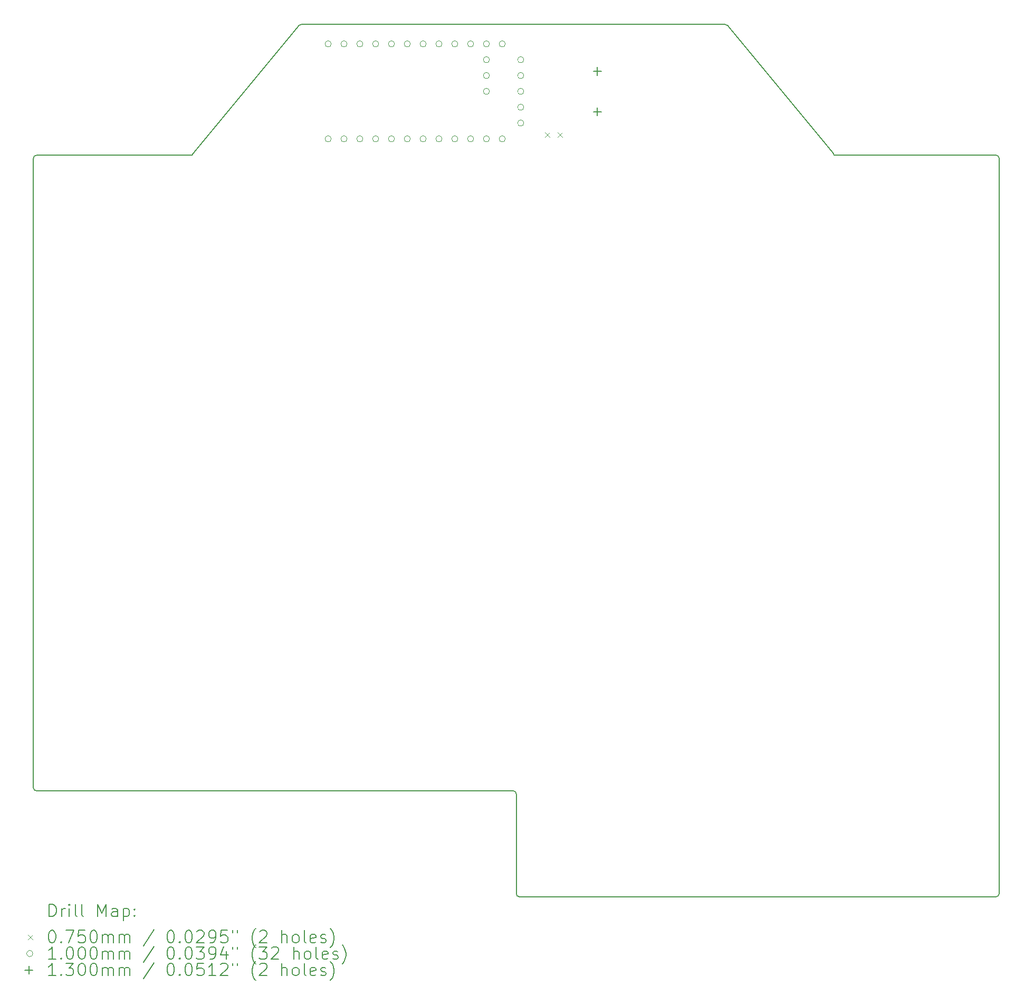
<source format=gbr>
%TF.GenerationSoftware,KiCad,Pcbnew,8.0.4+1*%
%TF.CreationDate,2024-10-01T15:26:09+00:00*%
%TF.ProjectId,right,72696768-742e-46b6-9963-61645f706362,v0.2*%
%TF.SameCoordinates,Original*%
%TF.FileFunction,Drillmap*%
%TF.FilePolarity,Positive*%
%FSLAX45Y45*%
G04 Gerber Fmt 4.5, Leading zero omitted, Abs format (unit mm)*
G04 Created by KiCad (PCBNEW 8.0.4+1) date 2024-10-01 15:26:09*
%MOMM*%
%LPD*%
G01*
G04 APERTURE LIST*
%ADD10C,0.150000*%
%ADD11C,0.200000*%
%ADD12C,0.100000*%
%ADD13C,0.130000*%
G04 APERTURE END LIST*
D10*
X31025000Y-12550000D02*
G75*
G02*
X31075000Y-12600000I0J-50000D01*
G01*
X25886512Y-2318083D02*
X27586512Y-268083D01*
X25875000Y-2350000D02*
G75*
G02*
X25886512Y-2318083I50000J0D01*
G01*
X27586512Y-268083D02*
G75*
G02*
X27625000Y-250000I38488J-31917D01*
G01*
X23325000Y-2400000D02*
X23325000Y-12500000D01*
X38825000Y-14200000D02*
X38825000Y-2400000D01*
X31075000Y-12600000D02*
X31075000Y-14200000D01*
X31125000Y-14250000D02*
X38775000Y-14250000D01*
X25875000Y-2350000D02*
X23375000Y-2350000D01*
X38825000Y-14200000D02*
G75*
G02*
X38775000Y-14250000I-50000J0D01*
G01*
X38775000Y-2350000D02*
G75*
G02*
X38825000Y-2400000I0J-50000D01*
G01*
X23375000Y-12550000D02*
G75*
G02*
X23325000Y-12500000I0J50000D01*
G01*
X34425000Y-250000D02*
G75*
G02*
X34463488Y-268083I0J-50000D01*
G01*
X36163488Y-2318083D02*
G75*
G02*
X36175000Y-2350000I-38488J-31917D01*
G01*
X38775000Y-2350000D02*
X36175000Y-2350000D01*
X27625000Y-250000D02*
X34425000Y-250000D01*
X34463488Y-268083D02*
X36163488Y-2318083D01*
X23375000Y-12550000D02*
X31025000Y-12550000D01*
X31125000Y-14250000D02*
G75*
G02*
X31075000Y-14200000I0J50000D01*
G01*
X23325000Y-2400000D02*
G75*
G02*
X23375000Y-2350000I50000J0D01*
G01*
D11*
D12*
X31539500Y-1987500D02*
X31614500Y-2062500D01*
X31614500Y-1987500D02*
X31539500Y-2062500D01*
X31739500Y-1987500D02*
X31814500Y-2062500D01*
X31814500Y-1987500D02*
X31739500Y-2062500D01*
X28106000Y-563000D02*
G75*
G02*
X28006000Y-563000I-50000J0D01*
G01*
X28006000Y-563000D02*
G75*
G02*
X28106000Y-563000I50000J0D01*
G01*
X28106000Y-2087000D02*
G75*
G02*
X28006000Y-2087000I-50000J0D01*
G01*
X28006000Y-2087000D02*
G75*
G02*
X28106000Y-2087000I50000J0D01*
G01*
X28360000Y-563000D02*
G75*
G02*
X28260000Y-563000I-50000J0D01*
G01*
X28260000Y-563000D02*
G75*
G02*
X28360000Y-563000I50000J0D01*
G01*
X28360000Y-2087000D02*
G75*
G02*
X28260000Y-2087000I-50000J0D01*
G01*
X28260000Y-2087000D02*
G75*
G02*
X28360000Y-2087000I50000J0D01*
G01*
X28614000Y-563000D02*
G75*
G02*
X28514000Y-563000I-50000J0D01*
G01*
X28514000Y-563000D02*
G75*
G02*
X28614000Y-563000I50000J0D01*
G01*
X28614000Y-2087000D02*
G75*
G02*
X28514000Y-2087000I-50000J0D01*
G01*
X28514000Y-2087000D02*
G75*
G02*
X28614000Y-2087000I50000J0D01*
G01*
X28868000Y-563000D02*
G75*
G02*
X28768000Y-563000I-50000J0D01*
G01*
X28768000Y-563000D02*
G75*
G02*
X28868000Y-563000I50000J0D01*
G01*
X28868000Y-2087000D02*
G75*
G02*
X28768000Y-2087000I-50000J0D01*
G01*
X28768000Y-2087000D02*
G75*
G02*
X28868000Y-2087000I50000J0D01*
G01*
X29122000Y-563000D02*
G75*
G02*
X29022000Y-563000I-50000J0D01*
G01*
X29022000Y-563000D02*
G75*
G02*
X29122000Y-563000I50000J0D01*
G01*
X29122000Y-2087000D02*
G75*
G02*
X29022000Y-2087000I-50000J0D01*
G01*
X29022000Y-2087000D02*
G75*
G02*
X29122000Y-2087000I50000J0D01*
G01*
X29376000Y-563000D02*
G75*
G02*
X29276000Y-563000I-50000J0D01*
G01*
X29276000Y-563000D02*
G75*
G02*
X29376000Y-563000I50000J0D01*
G01*
X29376000Y-2087000D02*
G75*
G02*
X29276000Y-2087000I-50000J0D01*
G01*
X29276000Y-2087000D02*
G75*
G02*
X29376000Y-2087000I50000J0D01*
G01*
X29630000Y-563000D02*
G75*
G02*
X29530000Y-563000I-50000J0D01*
G01*
X29530000Y-563000D02*
G75*
G02*
X29630000Y-563000I50000J0D01*
G01*
X29630000Y-2087000D02*
G75*
G02*
X29530000Y-2087000I-50000J0D01*
G01*
X29530000Y-2087000D02*
G75*
G02*
X29630000Y-2087000I50000J0D01*
G01*
X29884000Y-563000D02*
G75*
G02*
X29784000Y-563000I-50000J0D01*
G01*
X29784000Y-563000D02*
G75*
G02*
X29884000Y-563000I50000J0D01*
G01*
X29884000Y-2087000D02*
G75*
G02*
X29784000Y-2087000I-50000J0D01*
G01*
X29784000Y-2087000D02*
G75*
G02*
X29884000Y-2087000I50000J0D01*
G01*
X30138000Y-563000D02*
G75*
G02*
X30038000Y-563000I-50000J0D01*
G01*
X30038000Y-563000D02*
G75*
G02*
X30138000Y-563000I50000J0D01*
G01*
X30138000Y-2087000D02*
G75*
G02*
X30038000Y-2087000I-50000J0D01*
G01*
X30038000Y-2087000D02*
G75*
G02*
X30138000Y-2087000I50000J0D01*
G01*
X30392000Y-563000D02*
G75*
G02*
X30292000Y-563000I-50000J0D01*
G01*
X30292000Y-563000D02*
G75*
G02*
X30392000Y-563000I50000J0D01*
G01*
X30392000Y-2087000D02*
G75*
G02*
X30292000Y-2087000I-50000J0D01*
G01*
X30292000Y-2087000D02*
G75*
G02*
X30392000Y-2087000I50000J0D01*
G01*
X30646000Y-563000D02*
G75*
G02*
X30546000Y-563000I-50000J0D01*
G01*
X30546000Y-563000D02*
G75*
G02*
X30646000Y-563000I50000J0D01*
G01*
X30646000Y-817000D02*
G75*
G02*
X30546000Y-817000I-50000J0D01*
G01*
X30546000Y-817000D02*
G75*
G02*
X30646000Y-817000I50000J0D01*
G01*
X30646000Y-1071000D02*
G75*
G02*
X30546000Y-1071000I-50000J0D01*
G01*
X30546000Y-1071000D02*
G75*
G02*
X30646000Y-1071000I50000J0D01*
G01*
X30646000Y-1325000D02*
G75*
G02*
X30546000Y-1325000I-50000J0D01*
G01*
X30546000Y-1325000D02*
G75*
G02*
X30646000Y-1325000I50000J0D01*
G01*
X30646000Y-2087000D02*
G75*
G02*
X30546000Y-2087000I-50000J0D01*
G01*
X30546000Y-2087000D02*
G75*
G02*
X30646000Y-2087000I50000J0D01*
G01*
X30900000Y-563000D02*
G75*
G02*
X30800000Y-563000I-50000J0D01*
G01*
X30800000Y-563000D02*
G75*
G02*
X30900000Y-563000I50000J0D01*
G01*
X30900000Y-2087000D02*
G75*
G02*
X30800000Y-2087000I-50000J0D01*
G01*
X30800000Y-2087000D02*
G75*
G02*
X30900000Y-2087000I50000J0D01*
G01*
X31196000Y-817000D02*
G75*
G02*
X31096000Y-817000I-50000J0D01*
G01*
X31096000Y-817000D02*
G75*
G02*
X31196000Y-817000I50000J0D01*
G01*
X31196000Y-1071000D02*
G75*
G02*
X31096000Y-1071000I-50000J0D01*
G01*
X31096000Y-1071000D02*
G75*
G02*
X31196000Y-1071000I50000J0D01*
G01*
X31196000Y-1325000D02*
G75*
G02*
X31096000Y-1325000I-50000J0D01*
G01*
X31096000Y-1325000D02*
G75*
G02*
X31196000Y-1325000I50000J0D01*
G01*
X31196000Y-1579000D02*
G75*
G02*
X31096000Y-1579000I-50000J0D01*
G01*
X31096000Y-1579000D02*
G75*
G02*
X31196000Y-1579000I50000J0D01*
G01*
X31196000Y-1833000D02*
G75*
G02*
X31096000Y-1833000I-50000J0D01*
G01*
X31096000Y-1833000D02*
G75*
G02*
X31196000Y-1833000I50000J0D01*
G01*
D13*
X32377000Y-935000D02*
X32377000Y-1065000D01*
X32312000Y-1000000D02*
X32442000Y-1000000D01*
X32377000Y-1585000D02*
X32377000Y-1715000D01*
X32312000Y-1650000D02*
X32442000Y-1650000D01*
D11*
X23578277Y-14568984D02*
X23578277Y-14368984D01*
X23578277Y-14368984D02*
X23625896Y-14368984D01*
X23625896Y-14368984D02*
X23654467Y-14378508D01*
X23654467Y-14378508D02*
X23673515Y-14397555D01*
X23673515Y-14397555D02*
X23683039Y-14416603D01*
X23683039Y-14416603D02*
X23692562Y-14454698D01*
X23692562Y-14454698D02*
X23692562Y-14483269D01*
X23692562Y-14483269D02*
X23683039Y-14521365D01*
X23683039Y-14521365D02*
X23673515Y-14540412D01*
X23673515Y-14540412D02*
X23654467Y-14559460D01*
X23654467Y-14559460D02*
X23625896Y-14568984D01*
X23625896Y-14568984D02*
X23578277Y-14568984D01*
X23778277Y-14568984D02*
X23778277Y-14435650D01*
X23778277Y-14473746D02*
X23787801Y-14454698D01*
X23787801Y-14454698D02*
X23797324Y-14445174D01*
X23797324Y-14445174D02*
X23816372Y-14435650D01*
X23816372Y-14435650D02*
X23835420Y-14435650D01*
X23902086Y-14568984D02*
X23902086Y-14435650D01*
X23902086Y-14368984D02*
X23892562Y-14378508D01*
X23892562Y-14378508D02*
X23902086Y-14388031D01*
X23902086Y-14388031D02*
X23911610Y-14378508D01*
X23911610Y-14378508D02*
X23902086Y-14368984D01*
X23902086Y-14368984D02*
X23902086Y-14388031D01*
X24025896Y-14568984D02*
X24006848Y-14559460D01*
X24006848Y-14559460D02*
X23997324Y-14540412D01*
X23997324Y-14540412D02*
X23997324Y-14368984D01*
X24130658Y-14568984D02*
X24111610Y-14559460D01*
X24111610Y-14559460D02*
X24102086Y-14540412D01*
X24102086Y-14540412D02*
X24102086Y-14368984D01*
X24359229Y-14568984D02*
X24359229Y-14368984D01*
X24359229Y-14368984D02*
X24425896Y-14511841D01*
X24425896Y-14511841D02*
X24492562Y-14368984D01*
X24492562Y-14368984D02*
X24492562Y-14568984D01*
X24673515Y-14568984D02*
X24673515Y-14464222D01*
X24673515Y-14464222D02*
X24663991Y-14445174D01*
X24663991Y-14445174D02*
X24644943Y-14435650D01*
X24644943Y-14435650D02*
X24606848Y-14435650D01*
X24606848Y-14435650D02*
X24587801Y-14445174D01*
X24673515Y-14559460D02*
X24654467Y-14568984D01*
X24654467Y-14568984D02*
X24606848Y-14568984D01*
X24606848Y-14568984D02*
X24587801Y-14559460D01*
X24587801Y-14559460D02*
X24578277Y-14540412D01*
X24578277Y-14540412D02*
X24578277Y-14521365D01*
X24578277Y-14521365D02*
X24587801Y-14502317D01*
X24587801Y-14502317D02*
X24606848Y-14492793D01*
X24606848Y-14492793D02*
X24654467Y-14492793D01*
X24654467Y-14492793D02*
X24673515Y-14483269D01*
X24768753Y-14435650D02*
X24768753Y-14635650D01*
X24768753Y-14445174D02*
X24787801Y-14435650D01*
X24787801Y-14435650D02*
X24825896Y-14435650D01*
X24825896Y-14435650D02*
X24844943Y-14445174D01*
X24844943Y-14445174D02*
X24854467Y-14454698D01*
X24854467Y-14454698D02*
X24863991Y-14473746D01*
X24863991Y-14473746D02*
X24863991Y-14530888D01*
X24863991Y-14530888D02*
X24854467Y-14549936D01*
X24854467Y-14549936D02*
X24844943Y-14559460D01*
X24844943Y-14559460D02*
X24825896Y-14568984D01*
X24825896Y-14568984D02*
X24787801Y-14568984D01*
X24787801Y-14568984D02*
X24768753Y-14559460D01*
X24949705Y-14549936D02*
X24959229Y-14559460D01*
X24959229Y-14559460D02*
X24949705Y-14568984D01*
X24949705Y-14568984D02*
X24940182Y-14559460D01*
X24940182Y-14559460D02*
X24949705Y-14549936D01*
X24949705Y-14549936D02*
X24949705Y-14568984D01*
X24949705Y-14445174D02*
X24959229Y-14454698D01*
X24959229Y-14454698D02*
X24949705Y-14464222D01*
X24949705Y-14464222D02*
X24940182Y-14454698D01*
X24940182Y-14454698D02*
X24949705Y-14445174D01*
X24949705Y-14445174D02*
X24949705Y-14464222D01*
D12*
X23242500Y-14860000D02*
X23317500Y-14935000D01*
X23317500Y-14860000D02*
X23242500Y-14935000D01*
D11*
X23616372Y-14788984D02*
X23635420Y-14788984D01*
X23635420Y-14788984D02*
X23654467Y-14798508D01*
X23654467Y-14798508D02*
X23663991Y-14808031D01*
X23663991Y-14808031D02*
X23673515Y-14827079D01*
X23673515Y-14827079D02*
X23683039Y-14865174D01*
X23683039Y-14865174D02*
X23683039Y-14912793D01*
X23683039Y-14912793D02*
X23673515Y-14950888D01*
X23673515Y-14950888D02*
X23663991Y-14969936D01*
X23663991Y-14969936D02*
X23654467Y-14979460D01*
X23654467Y-14979460D02*
X23635420Y-14988984D01*
X23635420Y-14988984D02*
X23616372Y-14988984D01*
X23616372Y-14988984D02*
X23597324Y-14979460D01*
X23597324Y-14979460D02*
X23587801Y-14969936D01*
X23587801Y-14969936D02*
X23578277Y-14950888D01*
X23578277Y-14950888D02*
X23568753Y-14912793D01*
X23568753Y-14912793D02*
X23568753Y-14865174D01*
X23568753Y-14865174D02*
X23578277Y-14827079D01*
X23578277Y-14827079D02*
X23587801Y-14808031D01*
X23587801Y-14808031D02*
X23597324Y-14798508D01*
X23597324Y-14798508D02*
X23616372Y-14788984D01*
X23768753Y-14969936D02*
X23778277Y-14979460D01*
X23778277Y-14979460D02*
X23768753Y-14988984D01*
X23768753Y-14988984D02*
X23759229Y-14979460D01*
X23759229Y-14979460D02*
X23768753Y-14969936D01*
X23768753Y-14969936D02*
X23768753Y-14988984D01*
X23844943Y-14788984D02*
X23978277Y-14788984D01*
X23978277Y-14788984D02*
X23892562Y-14988984D01*
X24149705Y-14788984D02*
X24054467Y-14788984D01*
X24054467Y-14788984D02*
X24044943Y-14884222D01*
X24044943Y-14884222D02*
X24054467Y-14874698D01*
X24054467Y-14874698D02*
X24073515Y-14865174D01*
X24073515Y-14865174D02*
X24121134Y-14865174D01*
X24121134Y-14865174D02*
X24140182Y-14874698D01*
X24140182Y-14874698D02*
X24149705Y-14884222D01*
X24149705Y-14884222D02*
X24159229Y-14903269D01*
X24159229Y-14903269D02*
X24159229Y-14950888D01*
X24159229Y-14950888D02*
X24149705Y-14969936D01*
X24149705Y-14969936D02*
X24140182Y-14979460D01*
X24140182Y-14979460D02*
X24121134Y-14988984D01*
X24121134Y-14988984D02*
X24073515Y-14988984D01*
X24073515Y-14988984D02*
X24054467Y-14979460D01*
X24054467Y-14979460D02*
X24044943Y-14969936D01*
X24283039Y-14788984D02*
X24302086Y-14788984D01*
X24302086Y-14788984D02*
X24321134Y-14798508D01*
X24321134Y-14798508D02*
X24330658Y-14808031D01*
X24330658Y-14808031D02*
X24340182Y-14827079D01*
X24340182Y-14827079D02*
X24349705Y-14865174D01*
X24349705Y-14865174D02*
X24349705Y-14912793D01*
X24349705Y-14912793D02*
X24340182Y-14950888D01*
X24340182Y-14950888D02*
X24330658Y-14969936D01*
X24330658Y-14969936D02*
X24321134Y-14979460D01*
X24321134Y-14979460D02*
X24302086Y-14988984D01*
X24302086Y-14988984D02*
X24283039Y-14988984D01*
X24283039Y-14988984D02*
X24263991Y-14979460D01*
X24263991Y-14979460D02*
X24254467Y-14969936D01*
X24254467Y-14969936D02*
X24244943Y-14950888D01*
X24244943Y-14950888D02*
X24235420Y-14912793D01*
X24235420Y-14912793D02*
X24235420Y-14865174D01*
X24235420Y-14865174D02*
X24244943Y-14827079D01*
X24244943Y-14827079D02*
X24254467Y-14808031D01*
X24254467Y-14808031D02*
X24263991Y-14798508D01*
X24263991Y-14798508D02*
X24283039Y-14788984D01*
X24435420Y-14988984D02*
X24435420Y-14855650D01*
X24435420Y-14874698D02*
X24444943Y-14865174D01*
X24444943Y-14865174D02*
X24463991Y-14855650D01*
X24463991Y-14855650D02*
X24492563Y-14855650D01*
X24492563Y-14855650D02*
X24511610Y-14865174D01*
X24511610Y-14865174D02*
X24521134Y-14884222D01*
X24521134Y-14884222D02*
X24521134Y-14988984D01*
X24521134Y-14884222D02*
X24530658Y-14865174D01*
X24530658Y-14865174D02*
X24549705Y-14855650D01*
X24549705Y-14855650D02*
X24578277Y-14855650D01*
X24578277Y-14855650D02*
X24597324Y-14865174D01*
X24597324Y-14865174D02*
X24606848Y-14884222D01*
X24606848Y-14884222D02*
X24606848Y-14988984D01*
X24702086Y-14988984D02*
X24702086Y-14855650D01*
X24702086Y-14874698D02*
X24711610Y-14865174D01*
X24711610Y-14865174D02*
X24730658Y-14855650D01*
X24730658Y-14855650D02*
X24759229Y-14855650D01*
X24759229Y-14855650D02*
X24778277Y-14865174D01*
X24778277Y-14865174D02*
X24787801Y-14884222D01*
X24787801Y-14884222D02*
X24787801Y-14988984D01*
X24787801Y-14884222D02*
X24797324Y-14865174D01*
X24797324Y-14865174D02*
X24816372Y-14855650D01*
X24816372Y-14855650D02*
X24844943Y-14855650D01*
X24844943Y-14855650D02*
X24863991Y-14865174D01*
X24863991Y-14865174D02*
X24873515Y-14884222D01*
X24873515Y-14884222D02*
X24873515Y-14988984D01*
X25263991Y-14779460D02*
X25092563Y-15036603D01*
X25521134Y-14788984D02*
X25540182Y-14788984D01*
X25540182Y-14788984D02*
X25559229Y-14798508D01*
X25559229Y-14798508D02*
X25568753Y-14808031D01*
X25568753Y-14808031D02*
X25578277Y-14827079D01*
X25578277Y-14827079D02*
X25587801Y-14865174D01*
X25587801Y-14865174D02*
X25587801Y-14912793D01*
X25587801Y-14912793D02*
X25578277Y-14950888D01*
X25578277Y-14950888D02*
X25568753Y-14969936D01*
X25568753Y-14969936D02*
X25559229Y-14979460D01*
X25559229Y-14979460D02*
X25540182Y-14988984D01*
X25540182Y-14988984D02*
X25521134Y-14988984D01*
X25521134Y-14988984D02*
X25502086Y-14979460D01*
X25502086Y-14979460D02*
X25492563Y-14969936D01*
X25492563Y-14969936D02*
X25483039Y-14950888D01*
X25483039Y-14950888D02*
X25473515Y-14912793D01*
X25473515Y-14912793D02*
X25473515Y-14865174D01*
X25473515Y-14865174D02*
X25483039Y-14827079D01*
X25483039Y-14827079D02*
X25492563Y-14808031D01*
X25492563Y-14808031D02*
X25502086Y-14798508D01*
X25502086Y-14798508D02*
X25521134Y-14788984D01*
X25673515Y-14969936D02*
X25683039Y-14979460D01*
X25683039Y-14979460D02*
X25673515Y-14988984D01*
X25673515Y-14988984D02*
X25663991Y-14979460D01*
X25663991Y-14979460D02*
X25673515Y-14969936D01*
X25673515Y-14969936D02*
X25673515Y-14988984D01*
X25806848Y-14788984D02*
X25825896Y-14788984D01*
X25825896Y-14788984D02*
X25844944Y-14798508D01*
X25844944Y-14798508D02*
X25854467Y-14808031D01*
X25854467Y-14808031D02*
X25863991Y-14827079D01*
X25863991Y-14827079D02*
X25873515Y-14865174D01*
X25873515Y-14865174D02*
X25873515Y-14912793D01*
X25873515Y-14912793D02*
X25863991Y-14950888D01*
X25863991Y-14950888D02*
X25854467Y-14969936D01*
X25854467Y-14969936D02*
X25844944Y-14979460D01*
X25844944Y-14979460D02*
X25825896Y-14988984D01*
X25825896Y-14988984D02*
X25806848Y-14988984D01*
X25806848Y-14988984D02*
X25787801Y-14979460D01*
X25787801Y-14979460D02*
X25778277Y-14969936D01*
X25778277Y-14969936D02*
X25768753Y-14950888D01*
X25768753Y-14950888D02*
X25759229Y-14912793D01*
X25759229Y-14912793D02*
X25759229Y-14865174D01*
X25759229Y-14865174D02*
X25768753Y-14827079D01*
X25768753Y-14827079D02*
X25778277Y-14808031D01*
X25778277Y-14808031D02*
X25787801Y-14798508D01*
X25787801Y-14798508D02*
X25806848Y-14788984D01*
X25949706Y-14808031D02*
X25959229Y-14798508D01*
X25959229Y-14798508D02*
X25978277Y-14788984D01*
X25978277Y-14788984D02*
X26025896Y-14788984D01*
X26025896Y-14788984D02*
X26044944Y-14798508D01*
X26044944Y-14798508D02*
X26054467Y-14808031D01*
X26054467Y-14808031D02*
X26063991Y-14827079D01*
X26063991Y-14827079D02*
X26063991Y-14846127D01*
X26063991Y-14846127D02*
X26054467Y-14874698D01*
X26054467Y-14874698D02*
X25940182Y-14988984D01*
X25940182Y-14988984D02*
X26063991Y-14988984D01*
X26159229Y-14988984D02*
X26197325Y-14988984D01*
X26197325Y-14988984D02*
X26216372Y-14979460D01*
X26216372Y-14979460D02*
X26225896Y-14969936D01*
X26225896Y-14969936D02*
X26244944Y-14941365D01*
X26244944Y-14941365D02*
X26254467Y-14903269D01*
X26254467Y-14903269D02*
X26254467Y-14827079D01*
X26254467Y-14827079D02*
X26244944Y-14808031D01*
X26244944Y-14808031D02*
X26235420Y-14798508D01*
X26235420Y-14798508D02*
X26216372Y-14788984D01*
X26216372Y-14788984D02*
X26178277Y-14788984D01*
X26178277Y-14788984D02*
X26159229Y-14798508D01*
X26159229Y-14798508D02*
X26149706Y-14808031D01*
X26149706Y-14808031D02*
X26140182Y-14827079D01*
X26140182Y-14827079D02*
X26140182Y-14874698D01*
X26140182Y-14874698D02*
X26149706Y-14893746D01*
X26149706Y-14893746D02*
X26159229Y-14903269D01*
X26159229Y-14903269D02*
X26178277Y-14912793D01*
X26178277Y-14912793D02*
X26216372Y-14912793D01*
X26216372Y-14912793D02*
X26235420Y-14903269D01*
X26235420Y-14903269D02*
X26244944Y-14893746D01*
X26244944Y-14893746D02*
X26254467Y-14874698D01*
X26435420Y-14788984D02*
X26340182Y-14788984D01*
X26340182Y-14788984D02*
X26330658Y-14884222D01*
X26330658Y-14884222D02*
X26340182Y-14874698D01*
X26340182Y-14874698D02*
X26359229Y-14865174D01*
X26359229Y-14865174D02*
X26406848Y-14865174D01*
X26406848Y-14865174D02*
X26425896Y-14874698D01*
X26425896Y-14874698D02*
X26435420Y-14884222D01*
X26435420Y-14884222D02*
X26444944Y-14903269D01*
X26444944Y-14903269D02*
X26444944Y-14950888D01*
X26444944Y-14950888D02*
X26435420Y-14969936D01*
X26435420Y-14969936D02*
X26425896Y-14979460D01*
X26425896Y-14979460D02*
X26406848Y-14988984D01*
X26406848Y-14988984D02*
X26359229Y-14988984D01*
X26359229Y-14988984D02*
X26340182Y-14979460D01*
X26340182Y-14979460D02*
X26330658Y-14969936D01*
X26521134Y-14788984D02*
X26521134Y-14827079D01*
X26597325Y-14788984D02*
X26597325Y-14827079D01*
X26892563Y-15065174D02*
X26883039Y-15055650D01*
X26883039Y-15055650D02*
X26863991Y-15027079D01*
X26863991Y-15027079D02*
X26854468Y-15008031D01*
X26854468Y-15008031D02*
X26844944Y-14979460D01*
X26844944Y-14979460D02*
X26835420Y-14931841D01*
X26835420Y-14931841D02*
X26835420Y-14893746D01*
X26835420Y-14893746D02*
X26844944Y-14846127D01*
X26844944Y-14846127D02*
X26854468Y-14817555D01*
X26854468Y-14817555D02*
X26863991Y-14798508D01*
X26863991Y-14798508D02*
X26883039Y-14769936D01*
X26883039Y-14769936D02*
X26892563Y-14760412D01*
X26959229Y-14808031D02*
X26968753Y-14798508D01*
X26968753Y-14798508D02*
X26987801Y-14788984D01*
X26987801Y-14788984D02*
X27035420Y-14788984D01*
X27035420Y-14788984D02*
X27054468Y-14798508D01*
X27054468Y-14798508D02*
X27063991Y-14808031D01*
X27063991Y-14808031D02*
X27073515Y-14827079D01*
X27073515Y-14827079D02*
X27073515Y-14846127D01*
X27073515Y-14846127D02*
X27063991Y-14874698D01*
X27063991Y-14874698D02*
X26949706Y-14988984D01*
X26949706Y-14988984D02*
X27073515Y-14988984D01*
X27311610Y-14988984D02*
X27311610Y-14788984D01*
X27397325Y-14988984D02*
X27397325Y-14884222D01*
X27397325Y-14884222D02*
X27387801Y-14865174D01*
X27387801Y-14865174D02*
X27368753Y-14855650D01*
X27368753Y-14855650D02*
X27340182Y-14855650D01*
X27340182Y-14855650D02*
X27321134Y-14865174D01*
X27321134Y-14865174D02*
X27311610Y-14874698D01*
X27521134Y-14988984D02*
X27502087Y-14979460D01*
X27502087Y-14979460D02*
X27492563Y-14969936D01*
X27492563Y-14969936D02*
X27483039Y-14950888D01*
X27483039Y-14950888D02*
X27483039Y-14893746D01*
X27483039Y-14893746D02*
X27492563Y-14874698D01*
X27492563Y-14874698D02*
X27502087Y-14865174D01*
X27502087Y-14865174D02*
X27521134Y-14855650D01*
X27521134Y-14855650D02*
X27549706Y-14855650D01*
X27549706Y-14855650D02*
X27568753Y-14865174D01*
X27568753Y-14865174D02*
X27578277Y-14874698D01*
X27578277Y-14874698D02*
X27587801Y-14893746D01*
X27587801Y-14893746D02*
X27587801Y-14950888D01*
X27587801Y-14950888D02*
X27578277Y-14969936D01*
X27578277Y-14969936D02*
X27568753Y-14979460D01*
X27568753Y-14979460D02*
X27549706Y-14988984D01*
X27549706Y-14988984D02*
X27521134Y-14988984D01*
X27702087Y-14988984D02*
X27683039Y-14979460D01*
X27683039Y-14979460D02*
X27673515Y-14960412D01*
X27673515Y-14960412D02*
X27673515Y-14788984D01*
X27854468Y-14979460D02*
X27835420Y-14988984D01*
X27835420Y-14988984D02*
X27797325Y-14988984D01*
X27797325Y-14988984D02*
X27778277Y-14979460D01*
X27778277Y-14979460D02*
X27768753Y-14960412D01*
X27768753Y-14960412D02*
X27768753Y-14884222D01*
X27768753Y-14884222D02*
X27778277Y-14865174D01*
X27778277Y-14865174D02*
X27797325Y-14855650D01*
X27797325Y-14855650D02*
X27835420Y-14855650D01*
X27835420Y-14855650D02*
X27854468Y-14865174D01*
X27854468Y-14865174D02*
X27863991Y-14884222D01*
X27863991Y-14884222D02*
X27863991Y-14903269D01*
X27863991Y-14903269D02*
X27768753Y-14922317D01*
X27940182Y-14979460D02*
X27959230Y-14988984D01*
X27959230Y-14988984D02*
X27997325Y-14988984D01*
X27997325Y-14988984D02*
X28016372Y-14979460D01*
X28016372Y-14979460D02*
X28025896Y-14960412D01*
X28025896Y-14960412D02*
X28025896Y-14950888D01*
X28025896Y-14950888D02*
X28016372Y-14931841D01*
X28016372Y-14931841D02*
X27997325Y-14922317D01*
X27997325Y-14922317D02*
X27968753Y-14922317D01*
X27968753Y-14922317D02*
X27949706Y-14912793D01*
X27949706Y-14912793D02*
X27940182Y-14893746D01*
X27940182Y-14893746D02*
X27940182Y-14884222D01*
X27940182Y-14884222D02*
X27949706Y-14865174D01*
X27949706Y-14865174D02*
X27968753Y-14855650D01*
X27968753Y-14855650D02*
X27997325Y-14855650D01*
X27997325Y-14855650D02*
X28016372Y-14865174D01*
X28092563Y-15065174D02*
X28102087Y-15055650D01*
X28102087Y-15055650D02*
X28121134Y-15027079D01*
X28121134Y-15027079D02*
X28130658Y-15008031D01*
X28130658Y-15008031D02*
X28140182Y-14979460D01*
X28140182Y-14979460D02*
X28149706Y-14931841D01*
X28149706Y-14931841D02*
X28149706Y-14893746D01*
X28149706Y-14893746D02*
X28140182Y-14846127D01*
X28140182Y-14846127D02*
X28130658Y-14817555D01*
X28130658Y-14817555D02*
X28121134Y-14798508D01*
X28121134Y-14798508D02*
X28102087Y-14769936D01*
X28102087Y-14769936D02*
X28092563Y-14760412D01*
D12*
X23317500Y-15161500D02*
G75*
G02*
X23217500Y-15161500I-50000J0D01*
G01*
X23217500Y-15161500D02*
G75*
G02*
X23317500Y-15161500I50000J0D01*
G01*
D11*
X23683039Y-15252984D02*
X23568753Y-15252984D01*
X23625896Y-15252984D02*
X23625896Y-15052984D01*
X23625896Y-15052984D02*
X23606848Y-15081555D01*
X23606848Y-15081555D02*
X23587801Y-15100603D01*
X23587801Y-15100603D02*
X23568753Y-15110127D01*
X23768753Y-15233936D02*
X23778277Y-15243460D01*
X23778277Y-15243460D02*
X23768753Y-15252984D01*
X23768753Y-15252984D02*
X23759229Y-15243460D01*
X23759229Y-15243460D02*
X23768753Y-15233936D01*
X23768753Y-15233936D02*
X23768753Y-15252984D01*
X23902086Y-15052984D02*
X23921134Y-15052984D01*
X23921134Y-15052984D02*
X23940182Y-15062508D01*
X23940182Y-15062508D02*
X23949705Y-15072031D01*
X23949705Y-15072031D02*
X23959229Y-15091079D01*
X23959229Y-15091079D02*
X23968753Y-15129174D01*
X23968753Y-15129174D02*
X23968753Y-15176793D01*
X23968753Y-15176793D02*
X23959229Y-15214888D01*
X23959229Y-15214888D02*
X23949705Y-15233936D01*
X23949705Y-15233936D02*
X23940182Y-15243460D01*
X23940182Y-15243460D02*
X23921134Y-15252984D01*
X23921134Y-15252984D02*
X23902086Y-15252984D01*
X23902086Y-15252984D02*
X23883039Y-15243460D01*
X23883039Y-15243460D02*
X23873515Y-15233936D01*
X23873515Y-15233936D02*
X23863991Y-15214888D01*
X23863991Y-15214888D02*
X23854467Y-15176793D01*
X23854467Y-15176793D02*
X23854467Y-15129174D01*
X23854467Y-15129174D02*
X23863991Y-15091079D01*
X23863991Y-15091079D02*
X23873515Y-15072031D01*
X23873515Y-15072031D02*
X23883039Y-15062508D01*
X23883039Y-15062508D02*
X23902086Y-15052984D01*
X24092562Y-15052984D02*
X24111610Y-15052984D01*
X24111610Y-15052984D02*
X24130658Y-15062508D01*
X24130658Y-15062508D02*
X24140182Y-15072031D01*
X24140182Y-15072031D02*
X24149705Y-15091079D01*
X24149705Y-15091079D02*
X24159229Y-15129174D01*
X24159229Y-15129174D02*
X24159229Y-15176793D01*
X24159229Y-15176793D02*
X24149705Y-15214888D01*
X24149705Y-15214888D02*
X24140182Y-15233936D01*
X24140182Y-15233936D02*
X24130658Y-15243460D01*
X24130658Y-15243460D02*
X24111610Y-15252984D01*
X24111610Y-15252984D02*
X24092562Y-15252984D01*
X24092562Y-15252984D02*
X24073515Y-15243460D01*
X24073515Y-15243460D02*
X24063991Y-15233936D01*
X24063991Y-15233936D02*
X24054467Y-15214888D01*
X24054467Y-15214888D02*
X24044943Y-15176793D01*
X24044943Y-15176793D02*
X24044943Y-15129174D01*
X24044943Y-15129174D02*
X24054467Y-15091079D01*
X24054467Y-15091079D02*
X24063991Y-15072031D01*
X24063991Y-15072031D02*
X24073515Y-15062508D01*
X24073515Y-15062508D02*
X24092562Y-15052984D01*
X24283039Y-15052984D02*
X24302086Y-15052984D01*
X24302086Y-15052984D02*
X24321134Y-15062508D01*
X24321134Y-15062508D02*
X24330658Y-15072031D01*
X24330658Y-15072031D02*
X24340182Y-15091079D01*
X24340182Y-15091079D02*
X24349705Y-15129174D01*
X24349705Y-15129174D02*
X24349705Y-15176793D01*
X24349705Y-15176793D02*
X24340182Y-15214888D01*
X24340182Y-15214888D02*
X24330658Y-15233936D01*
X24330658Y-15233936D02*
X24321134Y-15243460D01*
X24321134Y-15243460D02*
X24302086Y-15252984D01*
X24302086Y-15252984D02*
X24283039Y-15252984D01*
X24283039Y-15252984D02*
X24263991Y-15243460D01*
X24263991Y-15243460D02*
X24254467Y-15233936D01*
X24254467Y-15233936D02*
X24244943Y-15214888D01*
X24244943Y-15214888D02*
X24235420Y-15176793D01*
X24235420Y-15176793D02*
X24235420Y-15129174D01*
X24235420Y-15129174D02*
X24244943Y-15091079D01*
X24244943Y-15091079D02*
X24254467Y-15072031D01*
X24254467Y-15072031D02*
X24263991Y-15062508D01*
X24263991Y-15062508D02*
X24283039Y-15052984D01*
X24435420Y-15252984D02*
X24435420Y-15119650D01*
X24435420Y-15138698D02*
X24444943Y-15129174D01*
X24444943Y-15129174D02*
X24463991Y-15119650D01*
X24463991Y-15119650D02*
X24492563Y-15119650D01*
X24492563Y-15119650D02*
X24511610Y-15129174D01*
X24511610Y-15129174D02*
X24521134Y-15148222D01*
X24521134Y-15148222D02*
X24521134Y-15252984D01*
X24521134Y-15148222D02*
X24530658Y-15129174D01*
X24530658Y-15129174D02*
X24549705Y-15119650D01*
X24549705Y-15119650D02*
X24578277Y-15119650D01*
X24578277Y-15119650D02*
X24597324Y-15129174D01*
X24597324Y-15129174D02*
X24606848Y-15148222D01*
X24606848Y-15148222D02*
X24606848Y-15252984D01*
X24702086Y-15252984D02*
X24702086Y-15119650D01*
X24702086Y-15138698D02*
X24711610Y-15129174D01*
X24711610Y-15129174D02*
X24730658Y-15119650D01*
X24730658Y-15119650D02*
X24759229Y-15119650D01*
X24759229Y-15119650D02*
X24778277Y-15129174D01*
X24778277Y-15129174D02*
X24787801Y-15148222D01*
X24787801Y-15148222D02*
X24787801Y-15252984D01*
X24787801Y-15148222D02*
X24797324Y-15129174D01*
X24797324Y-15129174D02*
X24816372Y-15119650D01*
X24816372Y-15119650D02*
X24844943Y-15119650D01*
X24844943Y-15119650D02*
X24863991Y-15129174D01*
X24863991Y-15129174D02*
X24873515Y-15148222D01*
X24873515Y-15148222D02*
X24873515Y-15252984D01*
X25263991Y-15043460D02*
X25092563Y-15300603D01*
X25521134Y-15052984D02*
X25540182Y-15052984D01*
X25540182Y-15052984D02*
X25559229Y-15062508D01*
X25559229Y-15062508D02*
X25568753Y-15072031D01*
X25568753Y-15072031D02*
X25578277Y-15091079D01*
X25578277Y-15091079D02*
X25587801Y-15129174D01*
X25587801Y-15129174D02*
X25587801Y-15176793D01*
X25587801Y-15176793D02*
X25578277Y-15214888D01*
X25578277Y-15214888D02*
X25568753Y-15233936D01*
X25568753Y-15233936D02*
X25559229Y-15243460D01*
X25559229Y-15243460D02*
X25540182Y-15252984D01*
X25540182Y-15252984D02*
X25521134Y-15252984D01*
X25521134Y-15252984D02*
X25502086Y-15243460D01*
X25502086Y-15243460D02*
X25492563Y-15233936D01*
X25492563Y-15233936D02*
X25483039Y-15214888D01*
X25483039Y-15214888D02*
X25473515Y-15176793D01*
X25473515Y-15176793D02*
X25473515Y-15129174D01*
X25473515Y-15129174D02*
X25483039Y-15091079D01*
X25483039Y-15091079D02*
X25492563Y-15072031D01*
X25492563Y-15072031D02*
X25502086Y-15062508D01*
X25502086Y-15062508D02*
X25521134Y-15052984D01*
X25673515Y-15233936D02*
X25683039Y-15243460D01*
X25683039Y-15243460D02*
X25673515Y-15252984D01*
X25673515Y-15252984D02*
X25663991Y-15243460D01*
X25663991Y-15243460D02*
X25673515Y-15233936D01*
X25673515Y-15233936D02*
X25673515Y-15252984D01*
X25806848Y-15052984D02*
X25825896Y-15052984D01*
X25825896Y-15052984D02*
X25844944Y-15062508D01*
X25844944Y-15062508D02*
X25854467Y-15072031D01*
X25854467Y-15072031D02*
X25863991Y-15091079D01*
X25863991Y-15091079D02*
X25873515Y-15129174D01*
X25873515Y-15129174D02*
X25873515Y-15176793D01*
X25873515Y-15176793D02*
X25863991Y-15214888D01*
X25863991Y-15214888D02*
X25854467Y-15233936D01*
X25854467Y-15233936D02*
X25844944Y-15243460D01*
X25844944Y-15243460D02*
X25825896Y-15252984D01*
X25825896Y-15252984D02*
X25806848Y-15252984D01*
X25806848Y-15252984D02*
X25787801Y-15243460D01*
X25787801Y-15243460D02*
X25778277Y-15233936D01*
X25778277Y-15233936D02*
X25768753Y-15214888D01*
X25768753Y-15214888D02*
X25759229Y-15176793D01*
X25759229Y-15176793D02*
X25759229Y-15129174D01*
X25759229Y-15129174D02*
X25768753Y-15091079D01*
X25768753Y-15091079D02*
X25778277Y-15072031D01*
X25778277Y-15072031D02*
X25787801Y-15062508D01*
X25787801Y-15062508D02*
X25806848Y-15052984D01*
X25940182Y-15052984D02*
X26063991Y-15052984D01*
X26063991Y-15052984D02*
X25997325Y-15129174D01*
X25997325Y-15129174D02*
X26025896Y-15129174D01*
X26025896Y-15129174D02*
X26044944Y-15138698D01*
X26044944Y-15138698D02*
X26054467Y-15148222D01*
X26054467Y-15148222D02*
X26063991Y-15167269D01*
X26063991Y-15167269D02*
X26063991Y-15214888D01*
X26063991Y-15214888D02*
X26054467Y-15233936D01*
X26054467Y-15233936D02*
X26044944Y-15243460D01*
X26044944Y-15243460D02*
X26025896Y-15252984D01*
X26025896Y-15252984D02*
X25968753Y-15252984D01*
X25968753Y-15252984D02*
X25949706Y-15243460D01*
X25949706Y-15243460D02*
X25940182Y-15233936D01*
X26159229Y-15252984D02*
X26197325Y-15252984D01*
X26197325Y-15252984D02*
X26216372Y-15243460D01*
X26216372Y-15243460D02*
X26225896Y-15233936D01*
X26225896Y-15233936D02*
X26244944Y-15205365D01*
X26244944Y-15205365D02*
X26254467Y-15167269D01*
X26254467Y-15167269D02*
X26254467Y-15091079D01*
X26254467Y-15091079D02*
X26244944Y-15072031D01*
X26244944Y-15072031D02*
X26235420Y-15062508D01*
X26235420Y-15062508D02*
X26216372Y-15052984D01*
X26216372Y-15052984D02*
X26178277Y-15052984D01*
X26178277Y-15052984D02*
X26159229Y-15062508D01*
X26159229Y-15062508D02*
X26149706Y-15072031D01*
X26149706Y-15072031D02*
X26140182Y-15091079D01*
X26140182Y-15091079D02*
X26140182Y-15138698D01*
X26140182Y-15138698D02*
X26149706Y-15157746D01*
X26149706Y-15157746D02*
X26159229Y-15167269D01*
X26159229Y-15167269D02*
X26178277Y-15176793D01*
X26178277Y-15176793D02*
X26216372Y-15176793D01*
X26216372Y-15176793D02*
X26235420Y-15167269D01*
X26235420Y-15167269D02*
X26244944Y-15157746D01*
X26244944Y-15157746D02*
X26254467Y-15138698D01*
X26425896Y-15119650D02*
X26425896Y-15252984D01*
X26378277Y-15043460D02*
X26330658Y-15186317D01*
X26330658Y-15186317D02*
X26454467Y-15186317D01*
X26521134Y-15052984D02*
X26521134Y-15091079D01*
X26597325Y-15052984D02*
X26597325Y-15091079D01*
X26892563Y-15329174D02*
X26883039Y-15319650D01*
X26883039Y-15319650D02*
X26863991Y-15291079D01*
X26863991Y-15291079D02*
X26854468Y-15272031D01*
X26854468Y-15272031D02*
X26844944Y-15243460D01*
X26844944Y-15243460D02*
X26835420Y-15195841D01*
X26835420Y-15195841D02*
X26835420Y-15157746D01*
X26835420Y-15157746D02*
X26844944Y-15110127D01*
X26844944Y-15110127D02*
X26854468Y-15081555D01*
X26854468Y-15081555D02*
X26863991Y-15062508D01*
X26863991Y-15062508D02*
X26883039Y-15033936D01*
X26883039Y-15033936D02*
X26892563Y-15024412D01*
X26949706Y-15052984D02*
X27073515Y-15052984D01*
X27073515Y-15052984D02*
X27006848Y-15129174D01*
X27006848Y-15129174D02*
X27035420Y-15129174D01*
X27035420Y-15129174D02*
X27054468Y-15138698D01*
X27054468Y-15138698D02*
X27063991Y-15148222D01*
X27063991Y-15148222D02*
X27073515Y-15167269D01*
X27073515Y-15167269D02*
X27073515Y-15214888D01*
X27073515Y-15214888D02*
X27063991Y-15233936D01*
X27063991Y-15233936D02*
X27054468Y-15243460D01*
X27054468Y-15243460D02*
X27035420Y-15252984D01*
X27035420Y-15252984D02*
X26978277Y-15252984D01*
X26978277Y-15252984D02*
X26959229Y-15243460D01*
X26959229Y-15243460D02*
X26949706Y-15233936D01*
X27149706Y-15072031D02*
X27159229Y-15062508D01*
X27159229Y-15062508D02*
X27178277Y-15052984D01*
X27178277Y-15052984D02*
X27225896Y-15052984D01*
X27225896Y-15052984D02*
X27244944Y-15062508D01*
X27244944Y-15062508D02*
X27254468Y-15072031D01*
X27254468Y-15072031D02*
X27263991Y-15091079D01*
X27263991Y-15091079D02*
X27263991Y-15110127D01*
X27263991Y-15110127D02*
X27254468Y-15138698D01*
X27254468Y-15138698D02*
X27140182Y-15252984D01*
X27140182Y-15252984D02*
X27263991Y-15252984D01*
X27502087Y-15252984D02*
X27502087Y-15052984D01*
X27587801Y-15252984D02*
X27587801Y-15148222D01*
X27587801Y-15148222D02*
X27578277Y-15129174D01*
X27578277Y-15129174D02*
X27559230Y-15119650D01*
X27559230Y-15119650D02*
X27530658Y-15119650D01*
X27530658Y-15119650D02*
X27511610Y-15129174D01*
X27511610Y-15129174D02*
X27502087Y-15138698D01*
X27711610Y-15252984D02*
X27692563Y-15243460D01*
X27692563Y-15243460D02*
X27683039Y-15233936D01*
X27683039Y-15233936D02*
X27673515Y-15214888D01*
X27673515Y-15214888D02*
X27673515Y-15157746D01*
X27673515Y-15157746D02*
X27683039Y-15138698D01*
X27683039Y-15138698D02*
X27692563Y-15129174D01*
X27692563Y-15129174D02*
X27711610Y-15119650D01*
X27711610Y-15119650D02*
X27740182Y-15119650D01*
X27740182Y-15119650D02*
X27759230Y-15129174D01*
X27759230Y-15129174D02*
X27768753Y-15138698D01*
X27768753Y-15138698D02*
X27778277Y-15157746D01*
X27778277Y-15157746D02*
X27778277Y-15214888D01*
X27778277Y-15214888D02*
X27768753Y-15233936D01*
X27768753Y-15233936D02*
X27759230Y-15243460D01*
X27759230Y-15243460D02*
X27740182Y-15252984D01*
X27740182Y-15252984D02*
X27711610Y-15252984D01*
X27892563Y-15252984D02*
X27873515Y-15243460D01*
X27873515Y-15243460D02*
X27863991Y-15224412D01*
X27863991Y-15224412D02*
X27863991Y-15052984D01*
X28044944Y-15243460D02*
X28025896Y-15252984D01*
X28025896Y-15252984D02*
X27987801Y-15252984D01*
X27987801Y-15252984D02*
X27968753Y-15243460D01*
X27968753Y-15243460D02*
X27959230Y-15224412D01*
X27959230Y-15224412D02*
X27959230Y-15148222D01*
X27959230Y-15148222D02*
X27968753Y-15129174D01*
X27968753Y-15129174D02*
X27987801Y-15119650D01*
X27987801Y-15119650D02*
X28025896Y-15119650D01*
X28025896Y-15119650D02*
X28044944Y-15129174D01*
X28044944Y-15129174D02*
X28054468Y-15148222D01*
X28054468Y-15148222D02*
X28054468Y-15167269D01*
X28054468Y-15167269D02*
X27959230Y-15186317D01*
X28130658Y-15243460D02*
X28149706Y-15252984D01*
X28149706Y-15252984D02*
X28187801Y-15252984D01*
X28187801Y-15252984D02*
X28206849Y-15243460D01*
X28206849Y-15243460D02*
X28216372Y-15224412D01*
X28216372Y-15224412D02*
X28216372Y-15214888D01*
X28216372Y-15214888D02*
X28206849Y-15195841D01*
X28206849Y-15195841D02*
X28187801Y-15186317D01*
X28187801Y-15186317D02*
X28159230Y-15186317D01*
X28159230Y-15186317D02*
X28140182Y-15176793D01*
X28140182Y-15176793D02*
X28130658Y-15157746D01*
X28130658Y-15157746D02*
X28130658Y-15148222D01*
X28130658Y-15148222D02*
X28140182Y-15129174D01*
X28140182Y-15129174D02*
X28159230Y-15119650D01*
X28159230Y-15119650D02*
X28187801Y-15119650D01*
X28187801Y-15119650D02*
X28206849Y-15129174D01*
X28283039Y-15329174D02*
X28292563Y-15319650D01*
X28292563Y-15319650D02*
X28311611Y-15291079D01*
X28311611Y-15291079D02*
X28321134Y-15272031D01*
X28321134Y-15272031D02*
X28330658Y-15243460D01*
X28330658Y-15243460D02*
X28340182Y-15195841D01*
X28340182Y-15195841D02*
X28340182Y-15157746D01*
X28340182Y-15157746D02*
X28330658Y-15110127D01*
X28330658Y-15110127D02*
X28321134Y-15081555D01*
X28321134Y-15081555D02*
X28311611Y-15062508D01*
X28311611Y-15062508D02*
X28292563Y-15033936D01*
X28292563Y-15033936D02*
X28283039Y-15024412D01*
D13*
X23252500Y-15360500D02*
X23252500Y-15490500D01*
X23187500Y-15425500D02*
X23317500Y-15425500D01*
D11*
X23683039Y-15516984D02*
X23568753Y-15516984D01*
X23625896Y-15516984D02*
X23625896Y-15316984D01*
X23625896Y-15316984D02*
X23606848Y-15345555D01*
X23606848Y-15345555D02*
X23587801Y-15364603D01*
X23587801Y-15364603D02*
X23568753Y-15374127D01*
X23768753Y-15497936D02*
X23778277Y-15507460D01*
X23778277Y-15507460D02*
X23768753Y-15516984D01*
X23768753Y-15516984D02*
X23759229Y-15507460D01*
X23759229Y-15507460D02*
X23768753Y-15497936D01*
X23768753Y-15497936D02*
X23768753Y-15516984D01*
X23844943Y-15316984D02*
X23968753Y-15316984D01*
X23968753Y-15316984D02*
X23902086Y-15393174D01*
X23902086Y-15393174D02*
X23930658Y-15393174D01*
X23930658Y-15393174D02*
X23949705Y-15402698D01*
X23949705Y-15402698D02*
X23959229Y-15412222D01*
X23959229Y-15412222D02*
X23968753Y-15431269D01*
X23968753Y-15431269D02*
X23968753Y-15478888D01*
X23968753Y-15478888D02*
X23959229Y-15497936D01*
X23959229Y-15497936D02*
X23949705Y-15507460D01*
X23949705Y-15507460D02*
X23930658Y-15516984D01*
X23930658Y-15516984D02*
X23873515Y-15516984D01*
X23873515Y-15516984D02*
X23854467Y-15507460D01*
X23854467Y-15507460D02*
X23844943Y-15497936D01*
X24092562Y-15316984D02*
X24111610Y-15316984D01*
X24111610Y-15316984D02*
X24130658Y-15326508D01*
X24130658Y-15326508D02*
X24140182Y-15336031D01*
X24140182Y-15336031D02*
X24149705Y-15355079D01*
X24149705Y-15355079D02*
X24159229Y-15393174D01*
X24159229Y-15393174D02*
X24159229Y-15440793D01*
X24159229Y-15440793D02*
X24149705Y-15478888D01*
X24149705Y-15478888D02*
X24140182Y-15497936D01*
X24140182Y-15497936D02*
X24130658Y-15507460D01*
X24130658Y-15507460D02*
X24111610Y-15516984D01*
X24111610Y-15516984D02*
X24092562Y-15516984D01*
X24092562Y-15516984D02*
X24073515Y-15507460D01*
X24073515Y-15507460D02*
X24063991Y-15497936D01*
X24063991Y-15497936D02*
X24054467Y-15478888D01*
X24054467Y-15478888D02*
X24044943Y-15440793D01*
X24044943Y-15440793D02*
X24044943Y-15393174D01*
X24044943Y-15393174D02*
X24054467Y-15355079D01*
X24054467Y-15355079D02*
X24063991Y-15336031D01*
X24063991Y-15336031D02*
X24073515Y-15326508D01*
X24073515Y-15326508D02*
X24092562Y-15316984D01*
X24283039Y-15316984D02*
X24302086Y-15316984D01*
X24302086Y-15316984D02*
X24321134Y-15326508D01*
X24321134Y-15326508D02*
X24330658Y-15336031D01*
X24330658Y-15336031D02*
X24340182Y-15355079D01*
X24340182Y-15355079D02*
X24349705Y-15393174D01*
X24349705Y-15393174D02*
X24349705Y-15440793D01*
X24349705Y-15440793D02*
X24340182Y-15478888D01*
X24340182Y-15478888D02*
X24330658Y-15497936D01*
X24330658Y-15497936D02*
X24321134Y-15507460D01*
X24321134Y-15507460D02*
X24302086Y-15516984D01*
X24302086Y-15516984D02*
X24283039Y-15516984D01*
X24283039Y-15516984D02*
X24263991Y-15507460D01*
X24263991Y-15507460D02*
X24254467Y-15497936D01*
X24254467Y-15497936D02*
X24244943Y-15478888D01*
X24244943Y-15478888D02*
X24235420Y-15440793D01*
X24235420Y-15440793D02*
X24235420Y-15393174D01*
X24235420Y-15393174D02*
X24244943Y-15355079D01*
X24244943Y-15355079D02*
X24254467Y-15336031D01*
X24254467Y-15336031D02*
X24263991Y-15326508D01*
X24263991Y-15326508D02*
X24283039Y-15316984D01*
X24435420Y-15516984D02*
X24435420Y-15383650D01*
X24435420Y-15402698D02*
X24444943Y-15393174D01*
X24444943Y-15393174D02*
X24463991Y-15383650D01*
X24463991Y-15383650D02*
X24492563Y-15383650D01*
X24492563Y-15383650D02*
X24511610Y-15393174D01*
X24511610Y-15393174D02*
X24521134Y-15412222D01*
X24521134Y-15412222D02*
X24521134Y-15516984D01*
X24521134Y-15412222D02*
X24530658Y-15393174D01*
X24530658Y-15393174D02*
X24549705Y-15383650D01*
X24549705Y-15383650D02*
X24578277Y-15383650D01*
X24578277Y-15383650D02*
X24597324Y-15393174D01*
X24597324Y-15393174D02*
X24606848Y-15412222D01*
X24606848Y-15412222D02*
X24606848Y-15516984D01*
X24702086Y-15516984D02*
X24702086Y-15383650D01*
X24702086Y-15402698D02*
X24711610Y-15393174D01*
X24711610Y-15393174D02*
X24730658Y-15383650D01*
X24730658Y-15383650D02*
X24759229Y-15383650D01*
X24759229Y-15383650D02*
X24778277Y-15393174D01*
X24778277Y-15393174D02*
X24787801Y-15412222D01*
X24787801Y-15412222D02*
X24787801Y-15516984D01*
X24787801Y-15412222D02*
X24797324Y-15393174D01*
X24797324Y-15393174D02*
X24816372Y-15383650D01*
X24816372Y-15383650D02*
X24844943Y-15383650D01*
X24844943Y-15383650D02*
X24863991Y-15393174D01*
X24863991Y-15393174D02*
X24873515Y-15412222D01*
X24873515Y-15412222D02*
X24873515Y-15516984D01*
X25263991Y-15307460D02*
X25092563Y-15564603D01*
X25521134Y-15316984D02*
X25540182Y-15316984D01*
X25540182Y-15316984D02*
X25559229Y-15326508D01*
X25559229Y-15326508D02*
X25568753Y-15336031D01*
X25568753Y-15336031D02*
X25578277Y-15355079D01*
X25578277Y-15355079D02*
X25587801Y-15393174D01*
X25587801Y-15393174D02*
X25587801Y-15440793D01*
X25587801Y-15440793D02*
X25578277Y-15478888D01*
X25578277Y-15478888D02*
X25568753Y-15497936D01*
X25568753Y-15497936D02*
X25559229Y-15507460D01*
X25559229Y-15507460D02*
X25540182Y-15516984D01*
X25540182Y-15516984D02*
X25521134Y-15516984D01*
X25521134Y-15516984D02*
X25502086Y-15507460D01*
X25502086Y-15507460D02*
X25492563Y-15497936D01*
X25492563Y-15497936D02*
X25483039Y-15478888D01*
X25483039Y-15478888D02*
X25473515Y-15440793D01*
X25473515Y-15440793D02*
X25473515Y-15393174D01*
X25473515Y-15393174D02*
X25483039Y-15355079D01*
X25483039Y-15355079D02*
X25492563Y-15336031D01*
X25492563Y-15336031D02*
X25502086Y-15326508D01*
X25502086Y-15326508D02*
X25521134Y-15316984D01*
X25673515Y-15497936D02*
X25683039Y-15507460D01*
X25683039Y-15507460D02*
X25673515Y-15516984D01*
X25673515Y-15516984D02*
X25663991Y-15507460D01*
X25663991Y-15507460D02*
X25673515Y-15497936D01*
X25673515Y-15497936D02*
X25673515Y-15516984D01*
X25806848Y-15316984D02*
X25825896Y-15316984D01*
X25825896Y-15316984D02*
X25844944Y-15326508D01*
X25844944Y-15326508D02*
X25854467Y-15336031D01*
X25854467Y-15336031D02*
X25863991Y-15355079D01*
X25863991Y-15355079D02*
X25873515Y-15393174D01*
X25873515Y-15393174D02*
X25873515Y-15440793D01*
X25873515Y-15440793D02*
X25863991Y-15478888D01*
X25863991Y-15478888D02*
X25854467Y-15497936D01*
X25854467Y-15497936D02*
X25844944Y-15507460D01*
X25844944Y-15507460D02*
X25825896Y-15516984D01*
X25825896Y-15516984D02*
X25806848Y-15516984D01*
X25806848Y-15516984D02*
X25787801Y-15507460D01*
X25787801Y-15507460D02*
X25778277Y-15497936D01*
X25778277Y-15497936D02*
X25768753Y-15478888D01*
X25768753Y-15478888D02*
X25759229Y-15440793D01*
X25759229Y-15440793D02*
X25759229Y-15393174D01*
X25759229Y-15393174D02*
X25768753Y-15355079D01*
X25768753Y-15355079D02*
X25778277Y-15336031D01*
X25778277Y-15336031D02*
X25787801Y-15326508D01*
X25787801Y-15326508D02*
X25806848Y-15316984D01*
X26054467Y-15316984D02*
X25959229Y-15316984D01*
X25959229Y-15316984D02*
X25949706Y-15412222D01*
X25949706Y-15412222D02*
X25959229Y-15402698D01*
X25959229Y-15402698D02*
X25978277Y-15393174D01*
X25978277Y-15393174D02*
X26025896Y-15393174D01*
X26025896Y-15393174D02*
X26044944Y-15402698D01*
X26044944Y-15402698D02*
X26054467Y-15412222D01*
X26054467Y-15412222D02*
X26063991Y-15431269D01*
X26063991Y-15431269D02*
X26063991Y-15478888D01*
X26063991Y-15478888D02*
X26054467Y-15497936D01*
X26054467Y-15497936D02*
X26044944Y-15507460D01*
X26044944Y-15507460D02*
X26025896Y-15516984D01*
X26025896Y-15516984D02*
X25978277Y-15516984D01*
X25978277Y-15516984D02*
X25959229Y-15507460D01*
X25959229Y-15507460D02*
X25949706Y-15497936D01*
X26254467Y-15516984D02*
X26140182Y-15516984D01*
X26197325Y-15516984D02*
X26197325Y-15316984D01*
X26197325Y-15316984D02*
X26178277Y-15345555D01*
X26178277Y-15345555D02*
X26159229Y-15364603D01*
X26159229Y-15364603D02*
X26140182Y-15374127D01*
X26330658Y-15336031D02*
X26340182Y-15326508D01*
X26340182Y-15326508D02*
X26359229Y-15316984D01*
X26359229Y-15316984D02*
X26406848Y-15316984D01*
X26406848Y-15316984D02*
X26425896Y-15326508D01*
X26425896Y-15326508D02*
X26435420Y-15336031D01*
X26435420Y-15336031D02*
X26444944Y-15355079D01*
X26444944Y-15355079D02*
X26444944Y-15374127D01*
X26444944Y-15374127D02*
X26435420Y-15402698D01*
X26435420Y-15402698D02*
X26321134Y-15516984D01*
X26321134Y-15516984D02*
X26444944Y-15516984D01*
X26521134Y-15316984D02*
X26521134Y-15355079D01*
X26597325Y-15316984D02*
X26597325Y-15355079D01*
X26892563Y-15593174D02*
X26883039Y-15583650D01*
X26883039Y-15583650D02*
X26863991Y-15555079D01*
X26863991Y-15555079D02*
X26854468Y-15536031D01*
X26854468Y-15536031D02*
X26844944Y-15507460D01*
X26844944Y-15507460D02*
X26835420Y-15459841D01*
X26835420Y-15459841D02*
X26835420Y-15421746D01*
X26835420Y-15421746D02*
X26844944Y-15374127D01*
X26844944Y-15374127D02*
X26854468Y-15345555D01*
X26854468Y-15345555D02*
X26863991Y-15326508D01*
X26863991Y-15326508D02*
X26883039Y-15297936D01*
X26883039Y-15297936D02*
X26892563Y-15288412D01*
X26959229Y-15336031D02*
X26968753Y-15326508D01*
X26968753Y-15326508D02*
X26987801Y-15316984D01*
X26987801Y-15316984D02*
X27035420Y-15316984D01*
X27035420Y-15316984D02*
X27054468Y-15326508D01*
X27054468Y-15326508D02*
X27063991Y-15336031D01*
X27063991Y-15336031D02*
X27073515Y-15355079D01*
X27073515Y-15355079D02*
X27073515Y-15374127D01*
X27073515Y-15374127D02*
X27063991Y-15402698D01*
X27063991Y-15402698D02*
X26949706Y-15516984D01*
X26949706Y-15516984D02*
X27073515Y-15516984D01*
X27311610Y-15516984D02*
X27311610Y-15316984D01*
X27397325Y-15516984D02*
X27397325Y-15412222D01*
X27397325Y-15412222D02*
X27387801Y-15393174D01*
X27387801Y-15393174D02*
X27368753Y-15383650D01*
X27368753Y-15383650D02*
X27340182Y-15383650D01*
X27340182Y-15383650D02*
X27321134Y-15393174D01*
X27321134Y-15393174D02*
X27311610Y-15402698D01*
X27521134Y-15516984D02*
X27502087Y-15507460D01*
X27502087Y-15507460D02*
X27492563Y-15497936D01*
X27492563Y-15497936D02*
X27483039Y-15478888D01*
X27483039Y-15478888D02*
X27483039Y-15421746D01*
X27483039Y-15421746D02*
X27492563Y-15402698D01*
X27492563Y-15402698D02*
X27502087Y-15393174D01*
X27502087Y-15393174D02*
X27521134Y-15383650D01*
X27521134Y-15383650D02*
X27549706Y-15383650D01*
X27549706Y-15383650D02*
X27568753Y-15393174D01*
X27568753Y-15393174D02*
X27578277Y-15402698D01*
X27578277Y-15402698D02*
X27587801Y-15421746D01*
X27587801Y-15421746D02*
X27587801Y-15478888D01*
X27587801Y-15478888D02*
X27578277Y-15497936D01*
X27578277Y-15497936D02*
X27568753Y-15507460D01*
X27568753Y-15507460D02*
X27549706Y-15516984D01*
X27549706Y-15516984D02*
X27521134Y-15516984D01*
X27702087Y-15516984D02*
X27683039Y-15507460D01*
X27683039Y-15507460D02*
X27673515Y-15488412D01*
X27673515Y-15488412D02*
X27673515Y-15316984D01*
X27854468Y-15507460D02*
X27835420Y-15516984D01*
X27835420Y-15516984D02*
X27797325Y-15516984D01*
X27797325Y-15516984D02*
X27778277Y-15507460D01*
X27778277Y-15507460D02*
X27768753Y-15488412D01*
X27768753Y-15488412D02*
X27768753Y-15412222D01*
X27768753Y-15412222D02*
X27778277Y-15393174D01*
X27778277Y-15393174D02*
X27797325Y-15383650D01*
X27797325Y-15383650D02*
X27835420Y-15383650D01*
X27835420Y-15383650D02*
X27854468Y-15393174D01*
X27854468Y-15393174D02*
X27863991Y-15412222D01*
X27863991Y-15412222D02*
X27863991Y-15431269D01*
X27863991Y-15431269D02*
X27768753Y-15450317D01*
X27940182Y-15507460D02*
X27959230Y-15516984D01*
X27959230Y-15516984D02*
X27997325Y-15516984D01*
X27997325Y-15516984D02*
X28016372Y-15507460D01*
X28016372Y-15507460D02*
X28025896Y-15488412D01*
X28025896Y-15488412D02*
X28025896Y-15478888D01*
X28025896Y-15478888D02*
X28016372Y-15459841D01*
X28016372Y-15459841D02*
X27997325Y-15450317D01*
X27997325Y-15450317D02*
X27968753Y-15450317D01*
X27968753Y-15450317D02*
X27949706Y-15440793D01*
X27949706Y-15440793D02*
X27940182Y-15421746D01*
X27940182Y-15421746D02*
X27940182Y-15412222D01*
X27940182Y-15412222D02*
X27949706Y-15393174D01*
X27949706Y-15393174D02*
X27968753Y-15383650D01*
X27968753Y-15383650D02*
X27997325Y-15383650D01*
X27997325Y-15383650D02*
X28016372Y-15393174D01*
X28092563Y-15593174D02*
X28102087Y-15583650D01*
X28102087Y-15583650D02*
X28121134Y-15555079D01*
X28121134Y-15555079D02*
X28130658Y-15536031D01*
X28130658Y-15536031D02*
X28140182Y-15507460D01*
X28140182Y-15507460D02*
X28149706Y-15459841D01*
X28149706Y-15459841D02*
X28149706Y-15421746D01*
X28149706Y-15421746D02*
X28140182Y-15374127D01*
X28140182Y-15374127D02*
X28130658Y-15345555D01*
X28130658Y-15345555D02*
X28121134Y-15326508D01*
X28121134Y-15326508D02*
X28102087Y-15297936D01*
X28102087Y-15297936D02*
X28092563Y-15288412D01*
M02*

</source>
